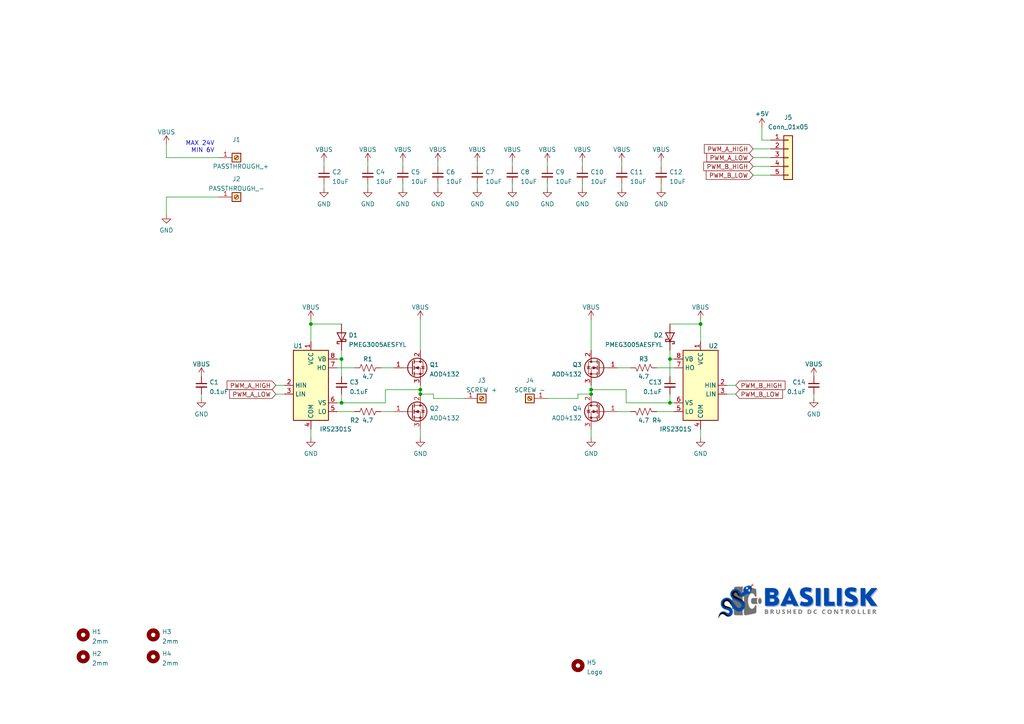
<source format=kicad_sch>
(kicad_sch (version 20211123) (generator eeschema)
  (paper "A4")
  (lib_symbols
    (symbol "Connector:Screw_Terminal_01x01" (pin_names (offset 1.016) hide)
      (property "Reference" "J" (at 0 2.54 0))
      (property "Value" "Screw_Terminal_01x01" (at 0 -2.54 0))
      (symbol "Screw_Terminal_01x01_1_1"
        (rectangle (start -1.27 1.27) (end 1.27 -1.27) (stroke (width 0.254)) (fill (type background)))
        (polyline (pts (xy -0.5334 0.3302) (xy 0.3302 -0.508)) (stroke (width 0.1524)))
        (polyline (pts (xy -0.3556 0.508) (xy 0.508 -0.3302)) (stroke (width 0.1524)))
        (circle (center 0 0) (radius 0.635) (stroke (width 0.1524)))
        (pin passive line (at -5.08 0 0) (length 3.81) (name "Pin_1") (number "1"))
      )
    )
    (symbol "Connector_Generic:Conn_01x05" (pin_names (offset 1.016) hide)
      (property "Reference" "J" (at 0 7.62 0))
      (property "Value" "Conn_01x05" (at 0 -7.62 0))
      (symbol "Conn_01x05_1_1"
        (rectangle (start -1.27 -4.953) (end 0 -5.207) (stroke (width 0.1524)))
        (rectangle (start -1.27 -2.413) (end 0 -2.667) (stroke (width 0.1524)))
        (rectangle (start -1.27 0.127) (end 0 -0.127) (stroke (width 0.1524)))
        (rectangle (start -1.27 2.667) (end 0 2.413) (stroke (width 0.1524)))
        (rectangle (start -1.27 5.207) (end 0 4.953) (stroke (width 0.1524)))
        (rectangle (start -1.27 6.35) (end 1.27 -6.35) (stroke (width 0.254)) (fill (type background)))
        (pin passive line (at -5.08 5.08 0) (length 3.81) (name "Pin_1") (number "1"))
        (pin passive line (at -5.08 2.54 0) (length 3.81) (name "Pin_2") (number "2"))
        (pin passive line (at -5.08 0 0) (length 3.81) (name "Pin_3") (number "3"))
        (pin passive line (at -5.08 -2.54 0) (length 3.81) (name "Pin_4") (number "4"))
        (pin passive line (at -5.08 -5.08 0) (length 3.81) (name "Pin_5") (number "5"))
      )
    )
    (symbol "Device:C_Small" (pin_numbers hide) (pin_names (offset 0.254) hide)
      (property "Reference" "C" (at 0.254 1.778 0))
      (property "Value" "C_Small" (at 0.254 -2.032 0))
      (symbol "C_Small_0_1"
        (polyline (pts (xy -1.524 -0.508) (xy 1.524 -0.508)) (stroke (width 0.3302)))
        (polyline (pts (xy -1.524 0.508) (xy 1.524 0.508)) (stroke (width 0.3048)))
      )
      (symbol "C_Small_1_1"
        (pin passive line (at 0 2.54 270) (length 2.032) (name "~") (number "1"))
        (pin passive line (at 0 -2.54 90) (length 2.032) (name "~") (number "2"))
      )
    )
    (symbol "Device:D_Schottky" (pin_numbers hide) (pin_names (offset 1.016) hide)
      (property "Reference" "D" (at 0 2.54 0))
      (property "Value" "D_Schottky" (at 0 -2.54 0))
      (symbol "D_Schottky_0_1"
        (polyline (pts (xy 1.27 0) (xy -1.27 0)))
        (polyline (pts (xy 1.27 1.27) (xy 1.27 -1.27) (xy -1.27 0) (xy 1.27 1.27)) (stroke (width 0.254)))
        (polyline (pts (xy -1.905 0.635) (xy -1.905 1.27) (xy -1.27 1.27) (xy -1.27 -1.27) (xy -0.635 -1.27) (xy -0.635 -0.635)) (stroke (width 0.254)))
      )
      (symbol "D_Schottky_1_1"
        (pin passive line (at -3.81 0 0) (length 2.54) (name "K") (number "1"))
        (pin passive line (at 3.81 0 180) (length 2.54) (name "A") (number "2"))
      )
    )
    (symbol "Device:Q_NMOS_GDS" (pin_names (offset 0) hide)
      (property "Reference" "Q" (at 5.08 1.27 0))
      (property "Value" "Q_NMOS_GDS" (at 5.08 -1.27 0))
      (symbol "Q_NMOS_GDS_0_1"
        (polyline (pts (xy 0.254 0) (xy -2.54 0)))
        (polyline (pts (xy 0.254 1.905) (xy 0.254 -1.905)) (stroke (width 0.254)))
        (polyline (pts (xy 0.762 -1.27) (xy 0.762 -2.286)) (stroke (width 0.254)))
        (polyline (pts (xy 0.762 0.508) (xy 0.762 -0.508)) (stroke (width 0.254)))
        (polyline (pts (xy 0.762 2.286) (xy 0.762 1.27)) (stroke (width 0.254)))
        (polyline (pts (xy 2.54 2.54) (xy 2.54 1.778)))
        (polyline (pts (xy 2.54 -2.54) (xy 2.54 0) (xy 0.762 0)))
        (polyline (pts (xy 0.762 -1.778) (xy 3.302 -1.778) (xy 3.302 1.778) (xy 0.762 1.778)))
        (polyline (pts (xy 1.016 0) (xy 2.032 0.381) (xy 2.032 -0.381) (xy 1.016 0)) (fill (type outline)))
        (polyline (pts (xy 2.794 0.508) (xy 2.921 0.381) (xy 3.683 0.381) (xy 3.81 0.254)))
        (polyline (pts (xy 3.302 0.381) (xy 2.921 -0.254) (xy 3.683 -0.254) (xy 3.302 0.381)))
        (circle (center 1.651 0) (radius 2.794) (stroke (width 0.254)))
        (circle (center 2.54 -1.778) (radius 0.254) (fill (type outline)))
        (circle (center 2.54 1.778) (radius 0.254) (fill (type outline)))
      )
      (symbol "Q_NMOS_GDS_1_1"
        (pin input line (at -5.08 0 0) (length 2.54) (name "G") (number "1"))
        (pin passive line (at 2.54 5.08 270) (length 2.54) (name "D") (number "2"))
        (pin passive line (at 2.54 -5.08 90) (length 2.54) (name "S") (number "3"))
      )
    )
    (symbol "Device:R_US" (pin_numbers hide) (pin_names (offset 0))
      (property "Reference" "R" (at 2.54 0 90))
      (property "Value" "R_US" (at -2.54 0 90))
      (symbol "R_US_0_1"
        (polyline (pts (xy 0 -2.286) (xy 0 -2.54)))
        (polyline (pts (xy 0 2.286) (xy 0 2.54)))
        (polyline (pts (xy 0 -0.762) (xy 1.016 -1.143) (xy 0 -1.524) (xy -1.016 -1.905) (xy 0 -2.286)))
        (polyline (pts (xy 0 0.762) (xy 1.016 0.381) (xy 0 0) (xy -1.016 -0.381) (xy 0 -0.762)))
        (polyline (pts (xy 0 2.286) (xy 1.016 1.905) (xy 0 1.524) (xy -1.016 1.143) (xy 0 0.762)))
      )
      (symbol "R_US_1_1"
        (pin passive line (at 0 3.81 270) (length 1.27) (name "~") (number "1"))
        (pin passive line (at 0 -3.81 90) (length 1.27) (name "~") (number "2"))
      )
    )
    (symbol "Driver_FET:IRS2301S"
      (property "Reference" "U" (at 1.27 13.335 0))
      (property "Value" "IRS2301S" (at 1.27 11.43 0))
      (symbol "IRS2301S_0_1"
        (rectangle (start -5.08 -10.16) (end 5.08 10.16) (stroke (width 0.254)) (fill (type background)))
      )
      (symbol "IRS2301S_1_1"
        (pin power_in line (at 0 12.7 270) (length 2.54) (name "VCC") (number "1"))
        (pin input line (at -7.62 0 0) (length 2.54) (name "HIN") (number "2"))
        (pin input line (at -7.62 -2.54 0) (length 2.54) (name "LIN") (number "3"))
        (pin power_in line (at 0 -12.7 90) (length 2.54) (name "COM") (number "4"))
        (pin output line (at 7.62 -7.62 180) (length 2.54) (name "LO") (number "5"))
        (pin passive line (at 7.62 -5.08 180) (length 2.54) (name "VS") (number "6"))
        (pin output line (at 7.62 5.08 180) (length 2.54) (name "HO") (number "7"))
        (pin passive line (at 7.62 7.62 180) (length 2.54) (name "VB") (number "8"))
      )
    )
    (symbol "Mechanical:MountingHole" (pin_names (offset 1.016))
      (property "Reference" "H" (at 0 5.08 0))
      (property "Value" "MountingHole" (at 0 3.175 0))
      (symbol "MountingHole_0_1"
        (circle (center 0 0) (radius 1.27) (stroke (width 1.27)))
      )
    )
    (symbol "power:+5V" (power) (pin_names (offset 0))
      (property "Value" "+5V" (at 0 3.556 0))
      (symbol "+5V_0_1"
        (polyline (pts (xy -0.762 1.27) (xy 0 2.54)))
        (polyline (pts (xy 0 0) (xy 0 2.54)))
        (polyline (pts (xy 0 2.54) (xy 0.762 1.27)))
      )
      (symbol "+5V_1_1"
        (pin power_in line (at 0 0 90) (length 0) hide (name "+5V") (number "1"))
      )
    )
    (symbol "power:GND" (power) (pin_names (offset 0))
      (property "Value" "GND" (at 0 -3.81 0))
      (symbol "GND_0_1"
        (polyline (pts (xy 0 0) (xy 0 -1.27) (xy 1.27 -1.27) (xy 0 -2.54) (xy -1.27 -1.27) (xy 0 -1.27)))
      )
      (symbol "GND_1_1"
        (pin power_in line (at 0 0 270) (length 0) hide (name "GND") (number "1"))
      )
    )
    (symbol "power:VBUS" (power) (pin_names (offset 0))
      (property "Value" "VBUS" (at 0 3.81 0))
      (symbol "VBUS_0_1"
        (polyline (pts (xy -0.762 1.27) (xy 0 2.54)))
        (polyline (pts (xy 0 0) (xy 0 2.54)))
        (polyline (pts (xy 0 2.54) (xy 0.762 1.27)))
      )
      (symbol "VBUS_1_1"
        (pin power_in line (at 0 0 90) (length 0) hide (name "VBUS") (number "1"))
      )
    )
  )
  (junction (at 90.17 93.98))
  (junction (at 171.45 114.3))
  (junction (at 99.06 116.84))
  (junction (at 203.2 93.98))
  (junction (at 99.06 104.14))
  (junction (at 121.92 113.03))
  (junction (at 194.31 104.14))
  (junction (at 194.31 116.84))
  (junction (at 171.45 113.03))
  (junction (at 121.92 114.3))
  (wire (pts (xy 167.64 114.3) (xy 171.45 114.3)))
  (wire (pts (xy 48.26 62.23) (xy 48.26 57.15)))
  (wire (pts (xy 171.45 124.46) (xy 171.45 127)))
  (wire (pts (xy 203.2 124.46) (xy 203.2 127)))
  (wire (pts (xy 171.45 92.71) (xy 171.45 101.6)))
  (wire (pts (xy 111.76 113.03) (xy 121.92 113.03)))
  (wire (pts (xy 80.01 111.76) (xy 82.55 111.76)))
  (wire (pts (xy 90.17 93.98) (xy 99.06 93.98)))
  (wire (pts (xy 195.58 119.38) (xy 190.5 119.38)))
  (wire (pts (xy 121.92 111.76) (xy 121.92 113.03)))
  (wire (pts (xy 182.88 119.38) (xy 179.07 119.38)))
  (wire (pts (xy 127 46.99) (xy 127 48.26)))
  (wire (pts (xy 99.06 114.3) (xy 99.06 116.84)))
  (wire (pts (xy 110.49 106.68) (xy 114.3 106.68)))
  (wire (pts (xy 194.31 104.14) (xy 195.58 104.14)))
  (wire (pts (xy 171.45 113.03) (xy 171.45 114.3)))
  (wire (pts (xy 106.68 53.34) (xy 106.68 54.61)))
  (wire (pts (xy 138.43 53.34) (xy 138.43 54.61)))
  (wire (pts (xy 125.73 114.3) (xy 121.92 114.3)))
  (wire (pts (xy 148.59 53.34) (xy 148.59 54.61)))
  (wire (pts (xy 90.17 124.46) (xy 90.17 127)))
  (wire (pts (xy 90.17 92.71) (xy 90.17 93.98)))
  (wire (pts (xy 158.75 53.34) (xy 158.75 54.61)))
  (wire (pts (xy 213.36 111.76) (xy 210.82 111.76)))
  (wire (pts (xy 93.98 46.99) (xy 93.98 48.26)))
  (wire (pts (xy 171.45 111.76) (xy 171.45 113.03)))
  (wire (pts (xy 220.98 40.64) (xy 223.52 40.64)))
  (wire (pts (xy 167.64 115.57) (xy 167.64 114.3)))
  (wire (pts (xy 220.98 36.83) (xy 220.98 40.64)))
  (wire (pts (xy 121.92 92.71) (xy 121.92 101.6)))
  (wire (pts (xy 218.44 45.72) (xy 223.52 45.72)))
  (wire (pts (xy 180.34 46.99) (xy 180.34 48.26)))
  (wire (pts (xy 116.84 46.99) (xy 116.84 48.26)))
  (wire (pts (xy 180.34 53.34) (xy 180.34 54.61)))
  (wire (pts (xy 97.79 116.84) (xy 99.06 116.84)))
  (wire (pts (xy 97.79 119.38) (xy 102.87 119.38)))
  (wire (pts (xy 194.31 114.3) (xy 194.31 116.84)))
  (wire (pts (xy 194.31 101.6) (xy 194.31 104.14)))
  (wire (pts (xy 93.98 53.34) (xy 93.98 54.61)))
  (wire (pts (xy 168.91 46.99) (xy 168.91 48.26)))
  (wire (pts (xy 97.79 106.68) (xy 102.87 106.68)))
  (wire (pts (xy 218.44 50.8) (xy 223.52 50.8)))
  (wire (pts (xy 218.44 43.18) (xy 223.52 43.18)))
  (wire (pts (xy 63.5 45.72) (xy 48.26 45.72)))
  (wire (pts (xy 158.75 46.99) (xy 158.75 48.26)))
  (wire (pts (xy 90.17 93.98) (xy 90.17 99.06)))
  (wire (pts (xy 194.31 109.22) (xy 194.31 104.14)))
  (wire (pts (xy 106.68 46.99) (xy 106.68 48.26)))
  (wire (pts (xy 218.44 48.26) (xy 223.52 48.26)))
  (wire (pts (xy 99.06 116.84) (xy 111.76 116.84)))
  (wire (pts (xy 168.91 53.34) (xy 168.91 54.61)))
  (wire (pts (xy 99.06 101.6) (xy 99.06 104.14)))
  (wire (pts (xy 194.31 116.84) (xy 181.61 116.84)))
  (wire (pts (xy 134.62 115.57) (xy 125.73 115.57)))
  (wire (pts (xy 148.59 46.99) (xy 148.59 48.26)))
  (wire (pts (xy 195.58 116.84) (xy 194.31 116.84)))
  (wire (pts (xy 182.88 106.68) (xy 179.07 106.68)))
  (wire (pts (xy 203.2 93.98) (xy 203.2 99.06)))
  (wire (pts (xy 181.61 116.84) (xy 181.61 113.03)))
  (wire (pts (xy 99.06 109.22) (xy 99.06 104.14)))
  (wire (pts (xy 48.26 45.72) (xy 48.26 41.91)))
  (wire (pts (xy 99.06 104.14) (xy 97.79 104.14)))
  (wire (pts (xy 213.36 114.3) (xy 210.82 114.3)))
  (wire (pts (xy 63.5 57.15) (xy 48.26 57.15)))
  (wire (pts (xy 191.77 53.34) (xy 191.77 54.61)))
  (wire (pts (xy 80.01 114.3) (xy 82.55 114.3)))
  (wire (pts (xy 203.2 93.98) (xy 194.31 93.98)))
  (wire (pts (xy 181.61 113.03) (xy 171.45 113.03)))
  (wire (pts (xy 127 53.34) (xy 127 54.61)))
  (wire (pts (xy 121.92 124.46) (xy 121.92 127)))
  (wire (pts (xy 158.75 115.57) (xy 167.64 115.57)))
  (wire (pts (xy 121.92 113.03) (xy 121.92 114.3)))
  (wire (pts (xy 138.43 46.99) (xy 138.43 48.26)))
  (wire (pts (xy 110.49 119.38) (xy 114.3 119.38)))
  (wire (pts (xy 191.77 46.99) (xy 191.77 48.26)))
  (wire (pts (xy 125.73 115.57) (xy 125.73 114.3)))
  (wire (pts (xy 203.2 92.71) (xy 203.2 93.98)))
  (wire (pts (xy 116.84 53.34) (xy 116.84 54.61)))
  (wire (pts (xy 111.76 116.84) (xy 111.76 113.03)))
  (wire (pts (xy 195.58 106.68) (xy 190.5 106.68)))
  (wire (pts (xy 236.0538 114.3) (xy 236.0538 115.57)))
  (wire (pts (xy 58.42 114.3) (xy 58.42 115.57)))
  (image (at 232.41 173.99) (scale 1.27119))
  (text "MAX 24V\nMIN 6V" (at 62.23 44.45 180) (effects (font (size 1.27 1.27)) (justify right bottom)))
  (global_label "PWM_A_HIGH" (shape input) (at 80.01 111.76 180) (property "Intersheet References" "${INTERSHEET_REFS}" (effects hide)))
  (global_label "PWM_B_HIGH" (shape input) (at 218.44 48.26 180) (property "Intersheet References" "${INTERSHEET_REFS}" (effects hide)))
  (global_label "PWM_A_LOW" (shape input) (at 218.44 45.72 180) (property "Intersheet References" "${INTERSHEET_REFS}" (effects hide)))
  (global_label "PWM_A_HIGH" (shape input) (at 218.44 43.18 180) (property "Intersheet References" "${INTERSHEET_REFS}" (effects hide)))
  (global_label "PWM_B_HIGH" (shape input) (at 213.36 111.76 0) (property "Intersheet References" "${INTERSHEET_REFS}" (effects hide)))
  (global_label "PWM_B_LOW" (shape input) (at 218.44 50.8 180) (property "Intersheet References" "${INTERSHEET_REFS}" (effects hide)))
  (global_label "PWM_B_LOW" (shape input) (at 213.36 114.3 0) (property "Intersheet References" "${INTERSHEET_REFS}" (effects hide)))
  (global_label "PWM_A_LOW" (shape input) (at 80.01 114.3 180) (property "Intersheet References" "${INTERSHEET_REFS}" (effects hide)))
  (symbol (lib_id "Device:D_Schottky") (at 194.31 97.79 270) (mirror x) (unit 1)
    (property "Reference" "D2" (at 192.278 97.199 90) (effects (justify right)))
    (property "Value" "PMEG3005AESFYL" (at 192.278 99.9741 90) (effects (justify right)))
    (property "Footprint" "Diode_SMD:D_0603_1608Metric_Pad1.05x0.95mm_HandSolder" (effects hide))
    (property "Digikey Part Num" "1727-2291-1-ND" (effects hide))
  )
  (symbol (lib_id "power:GND") (at 93.98 54.61 0) (unit 1)
    (property "Reference" "#PWR0122" (effects hide))
    (property "Value" "GND" (at 93.98 59.1725 0))
  )
  (symbol (lib_id "Device:C_Small") (at 127 50.8 0) (unit 1)
    (property "Reference" "C6" (at 129.3241 49.8978 0) (effects (justify left)))
    (property "Value" "10uF" (at 129.3241 52.6729 0) (effects (justify left)))
    (property "Footprint" "Capacitor_SMD:C_1206_3216Metric_Pad1.33x1.80mm_HandSolder" (effects hide))
    (property "Digikey Part Num" "1276-6736-1-ND" (effects hide))
  )
  (symbol (lib_id "power:GND") (at 180.34 54.61 0) (unit 1)
    (property "Reference" "#PWR0112" (effects hide))
    (property "Value" "GND" (at 180.34 59.1725 0))
  )
  (symbol (lib_id "Connector_Generic:Conn_01x05") (at 228.6 45.72 0) (unit 1)
    (property "Reference" "J5" (at 228.6 34.0549 0))
    (property "Value" "Conn_01x05" (at 228.6 36.83 0))
    (property "Footprint" "Connector_PinHeader_2.54mm:PinHeader_1x05_P2.54mm_Vertical" (effects hide))
  )
  (symbol (lib_id "Device:C_Small") (at 158.75 50.8 0) (unit 1)
    (property "Reference" "C9" (at 161.0741 49.8978 0) (effects (justify left)))
    (property "Value" "10uF" (at 161.0741 52.6729 0) (effects (justify left)))
    (property "Footprint" "Capacitor_SMD:C_1206_3216Metric_Pad1.33x1.80mm_HandSolder" (effects hide))
    (property "Digikey Part Num" "1276-6736-1-ND" (effects hide))
  )
  (symbol (lib_id "Device:C_Small") (at 99.06 111.76 0) (unit 1)
    (property "Reference" "C3" (at 101.3841 110.8578 0) (effects (justify left)))
    (property "Value" "0.1uF" (at 101.3841 113.6329 0) (effects (justify left)))
    (property "Footprint" "Capacitor_SMD:C_0603_1608Metric_Pad1.08x0.95mm_HandSolder" (effects hide))
    (property "Digikey Part Num" "1276-CL10B104KB8NNNLCT-ND" (effects hide))
  )
  (symbol (lib_id "power:GND") (at 127 54.61 0) (unit 1)
    (property "Reference" "#PWR0127" (effects hide))
    (property "Value" "GND" (at 127 59.1725 0))
  )
  (symbol (lib_id "power:GND") (at 158.75 54.61 0) (unit 1)
    (property "Reference" "#PWR0133" (effects hide))
    (property "Value" "GND" (at 158.75 59.1725 0))
  )
  (symbol (lib_id "power:VBUS") (at 191.77 46.99 0) (unit 1)
    (property "Reference" "#PWR0111" (effects hide))
    (property "Value" "VBUS" (at 191.77 43.3855 0))
  )
  (symbol (lib_id "Mechanical:MountingHole") (at 24.13 190.5 0) (unit 1)
    (property "Reference" "H2" (at 26.67 189.5915 0) (effects (justify left)))
    (property "Value" "2mm" (at 26.67 192.3666 0) (effects (justify left)))
    (property "Footprint" "MountingHole:MountingHole_2.1mm" (effects hide))
  )
  (symbol (lib_id "power:VBUS") (at 236.0538 109.22 0) (mirror y) (unit 1)
    (property "Reference" "#PWR0116" (effects hide))
    (property "Value" "VBUS" (at 236.0538 105.6155 0))
  )
  (symbol (lib_id "power:GND") (at 171.45 127 0) (mirror y) (unit 1)
    (property "Reference" "#PWR0115" (effects hide))
    (property "Value" "GND" (at 171.45 131.5625 0))
  )
  (symbol (lib_id "Device:R_US") (at 106.68 106.68 90) (unit 1)
    (property "Reference" "R1" (at 106.68 104.14 90))
    (property "Value" "4.7" (at 106.68 109.22 90))
    (property "Footprint" "Resistor_SMD:R_0603_1608Metric_Pad0.98x0.95mm_HandSolder" (effects hide))
    (property "Digikey Part Num" "RNCP0603FTD4R70CT-ND" (effects hide))
  )
  (symbol (lib_id "Device:C_Small") (at 93.98 50.8 0) (unit 1)
    (property "Reference" "C2" (at 96.3041 49.8978 0) (effects (justify left)))
    (property "Value" "10uF" (at 96.3041 52.6729 0) (effects (justify left)))
    (property "Footprint" "Capacitor_SMD:C_1206_3216Metric_Pad1.33x1.80mm_HandSolder" (effects hide))
    (property "Digikey Part Num" "1276-6736-1-ND" (effects hide))
  )
  (symbol (lib_id "Device:Q_NMOS_GDS") (at 173.99 106.68 0) (mirror y) (unit 1)
    (property "Reference" "Q3" (at 168.783 105.7715 0) (effects (justify left)))
    (property "Value" "AOD4132" (at 168.783 108.5466 0) (effects (justify left)))
    (property "Footprint" "Package_TO_SOT_SMD:TO-252-2" (effects hide))
    (property "Digikey Part Num" "785-1217-1-ND" (effects hide))
  )
  (symbol (lib_id "Device:C_Small") (at 180.34 50.8 0) (unit 1)
    (property "Reference" "C11" (at 182.6641 49.8978 0) (effects (justify left)))
    (property "Value" "10uF" (at 182.6641 52.6729 0) (effects (justify left)))
    (property "Footprint" "Capacitor_SMD:C_1206_3216Metric_Pad1.33x1.80mm_HandSolder" (effects hide))
    (property "Digikey Part Num" "1276-6736-1-ND" (effects hide))
  )
  (symbol (lib_id "Device:R_US") (at 186.69 119.38 270) (mirror x) (unit 1)
    (property "Reference" "R4" (at 190.5 121.92 90))
    (property "Value" "4.7" (at 186.69 121.92 90))
    (property "Footprint" "Resistor_SMD:R_0603_1608Metric_Pad0.98x0.95mm_HandSolder" (effects hide))
    (property "Digikey Part Num" "RNCP0603FTD4R70CT-ND" (effects hide))
  )
  (symbol (lib_id "power:VBUS") (at 116.84 46.99 0) (unit 1)
    (property "Reference" "#PWR0125" (effects hide))
    (property "Value" "VBUS" (at 116.84 43.3855 0))
  )
  (symbol (lib_id "power:GND") (at 138.43 54.61 0) (unit 1)
    (property "Reference" "#PWR0128" (effects hide))
    (property "Value" "GND" (at 138.43 59.1725 0))
  )
  (symbol (lib_id "Device:D_Schottky") (at 99.06 97.79 90) (unit 1)
    (property "Reference" "D1" (at 101.092 97.199 90) (effects (justify right)))
    (property "Value" "PMEG3005AESFYL" (at 101.092 99.9741 90) (effects (justify right)))
    (property "Footprint" "Diode_SMD:D_0603_1608Metric_Pad1.05x0.95mm_HandSolder" (effects hide))
    (property "Digikey Part Num" "1727-2291-1-ND" (effects hide))
  )
  (symbol (lib_id "power:VBUS") (at 180.34 46.99 0) (unit 1)
    (property "Reference" "#PWR0110" (effects hide))
    (property "Value" "VBUS" (at 180.34 43.3855 0))
  )
  (symbol (lib_id "power:VBUS") (at 58.42 109.22 0) (unit 1)
    (property "Reference" "#PWR0101" (effects hide))
    (property "Value" "VBUS" (at 58.42 105.6155 0))
  )
  (symbol (lib_id "Mechanical:MountingHole") (at 44.45 184.15 0) (unit 1)
    (property "Reference" "H3" (at 46.99 183.2415 0) (effects (justify left)))
    (property "Value" "2mm" (at 46.99 186.0166 0) (effects (justify left)))
    (property "Footprint" "MountingHole:MountingHole_2.1mm" (effects hide))
  )
  (symbol (lib_id "power:VBUS") (at 148.59 46.99 0) (unit 1)
    (property "Reference" "#PWR0131" (effects hide))
    (property "Value" "VBUS" (at 148.59 43.3855 0))
  )
  (symbol (lib_id "power:GND") (at 121.92 127 0) (unit 1)
    (property "Reference" "#PWR0106" (effects hide))
    (property "Value" "GND" (at 121.92 131.5625 0))
  )
  (symbol (lib_id "Device:C_Small") (at 236.0538 111.76 0) (mirror y) (unit 1)
    (property "Reference" "C14" (at 233.7297 110.8578 0) (effects (justify left)))
    (property "Value" "0.1uF" (at 233.7297 113.6329 0) (effects (justify left)))
    (property "Footprint" "Capacitor_SMD:C_0603_1608Metric_Pad1.08x0.95mm_HandSolder" (effects hide))
    (property "Digikey Part Num" "1276-CL10B104KB8NNNLCT-ND" (effects hide))
  )
  (symbol (lib_id "Driver_FET:IRS2301S") (at 203.2 111.76 0) (mirror y) (unit 1)
    (property "Reference" "U2" (at 208.28 100.33 0) (effects (justify left)))
    (property "Value" "IRS2301S" (at 200.66 124.46 0) (effects (justify left)))
    (property "Footprint" "Package_SO:SOIC-8_3.9x4.9mm_P1.27mm" (effects hide))
    (property "Datasheet" "https://www.infineon.com/dgdl/irs2301pbf.pdf?fileId=5546d462533600a40153567a7ec527fe" (effects hide))
    (property "Digikey Part Num" "448-IRS2301STRPBFCT-ND" (effects hide))
  )
  (symbol (lib_id "Device:Q_NMOS_GDS") (at 173.99 119.38 0) (mirror y) (unit 1)
    (property "Reference" "Q4" (at 168.783 118.4715 0) (effects (justify left)))
    (property "Value" "AOD4132" (at 168.783 121.2466 0) (effects (justify left)))
    (property "Footprint" "Package_TO_SOT_SMD:TO-252-2" (effects hide))
    (property "Digikey Part Num" "785-1217-1-ND" (effects hide))
  )
  (symbol (lib_id "Connector:Screw_Terminal_01x01") (at 139.7 115.57 0) (mirror x) (unit 1)
    (property "Reference" "J3" (at 139.7 110.3335 0))
    (property "Value" "SCREW +" (at 139.7 113.1086 0))
    (property "Footprint" "motor-controller-footprints:7698-SEMS" (effects hide))
    (property "Digikey Part Num" "36-7698-SEMS-ND" (effects hide))
  )
  (symbol (lib_id "power:VBUS") (at 138.43 46.99 0) (unit 1)
    (property "Reference" "#PWR0129" (effects hide))
    (property "Value" "VBUS" (at 138.43 43.3855 0))
  )
  (symbol (lib_id "Connector:Screw_Terminal_01x01") (at 68.58 45.72 0) (mirror x) (unit 1)
    (property "Reference" "J1" (at 68.58 40.4835 0))
    (property "Value" "PASSTHROUGH_+" (at 69.85 48.26 0))
    (property "Footprint" "TestPoint:TestPoint_Pad_3.0x3.0mm" (effects hide))
  )
  (symbol (lib_id "power:GND") (at 58.42 115.57 0) (unit 1)
    (property "Reference" "#PWR0102" (effects hide))
    (property "Value" "GND" (at 58.42 120.1325 0))
  )
  (symbol (lib_id "power:VBUS") (at 203.2 92.71 0) (mirror y) (unit 1)
    (property "Reference" "#PWR0135" (effects hide))
    (property "Value" "VBUS" (at 203.2 89.1055 0))
  )
  (symbol (lib_id "Connector:Screw_Terminal_01x01") (at 68.58 57.15 0) (mirror x) (unit 1)
    (property "Reference" "J2" (at 68.58 51.9135 0))
    (property "Value" "PASSTHROUGH_-" (at 68.58 54.6886 0))
    (property "Footprint" "TestPoint:TestPoint_Pad_3.0x3.0mm" (effects hide))
  )
  (symbol (lib_id "power:GND") (at 148.59 54.61 0) (unit 1)
    (property "Reference" "#PWR0130" (effects hide))
    (property "Value" "GND" (at 148.59 59.1725 0))
  )
  (symbol (lib_id "power:VBUS") (at 168.91 46.99 0) (unit 1)
    (property "Reference" "#PWR0109" (effects hide))
    (property "Value" "VBUS" (at 168.91 43.3855 0))
  )
  (symbol (lib_id "Driver_FET:IRS2301S") (at 90.17 111.76 0) (unit 1)
    (property "Reference" "U1" (at 85.09 100.33 0) (effects (justify left)))
    (property "Value" "IRS2301S" (at 92.71 124.46 0) (effects (justify left)))
    (property "Footprint" "Package_SO:SOIC-8_3.9x4.9mm_P1.27mm" (effects hide))
    (property "Datasheet" "https://www.infineon.com/dgdl/irs2301pbf.pdf?fileId=5546d462533600a40153567a7ec527fe" (effects hide))
    (property "Digikey Part Num" "448-IRS2301STRPBFCT-ND" (effects hide))
  )
  (symbol (lib_id "Mechanical:MountingHole") (at 167.64 193.04 0) (unit 1)
    (property "Reference" "H5" (at 170.18 192.1315 0) (effects (justify left)))
    (property "Value" "Logo" (at 170.18 194.9066 0) (effects (justify left)))
    (property "Footprint" "motor-controller-footprints:basiliskLogo" (effects hide))
  )
  (symbol (lib_id "power:+5V") (at 220.98 36.83 0) (unit 1)
    (property "Reference" "#PWR0107" (effects hide))
    (property "Value" "+5V" (at 220.98 33.02 0))
  )
  (symbol (lib_id "power:VBUS") (at 127 46.99 0) (unit 1)
    (property "Reference" "#PWR0126" (effects hide))
    (property "Value" "VBUS" (at 127 43.3855 0))
  )
  (symbol (lib_id "Device:C_Small") (at 58.42 111.76 0) (unit 1)
    (property "Reference" "C1" (at 60.7441 110.8578 0) (effects (justify left)))
    (property "Value" "0.1uF" (at 60.7441 113.6329 0) (effects (justify left)))
    (property "Footprint" "Capacitor_SMD:C_0603_1608Metric_Pad1.08x0.95mm_HandSolder" (effects hide))
    (property "Digikey Part Num" "1276-CL10B104KB8NNNLCT-ND" (effects hide))
  )
  (symbol (lib_id "power:GND") (at 191.77 54.61 0) (unit 1)
    (property "Reference" "#PWR0113" (effects hide))
    (property "Value" "GND" (at 191.77 59.1725 0))
  )
  (symbol (lib_id "power:VBUS") (at 93.98 46.99 0) (unit 1)
    (property "Reference" "#PWR0123" (effects hide))
    (property "Value" "VBUS" (at 93.98 43.3855 0))
  )
  (symbol (lib_id "Device:Q_NMOS_GDS") (at 119.38 119.38 0) (unit 1)
    (property "Reference" "Q2" (at 124.587 118.4715 0) (effects (justify left)))
    (property "Value" "AOD4132" (at 124.587 121.2466 0) (effects (justify left)))
    (property "Footprint" "Package_TO_SOT_SMD:TO-252-2" (effects hide))
    (property "Digikey Part Num" "785-1217-1-ND" (effects hide))
  )
  (symbol (lib_id "Mechanical:MountingHole") (at 44.45 190.5 0) (unit 1)
    (property "Reference" "H4" (at 46.99 189.5915 0) (effects (justify left)))
    (property "Value" "2mm" (at 46.99 192.3666 0) (effects (justify left)))
    (property "Footprint" "MountingHole:MountingHole_2.1mm" (effects hide))
  )
  (symbol (lib_id "Device:C_Small") (at 148.59 50.8 0) (unit 1)
    (property "Reference" "C8" (at 150.9141 49.8978 0) (effects (justify left)))
    (property "Value" "10uF" (at 150.9141 52.6729 0) (effects (justify left)))
    (property "Footprint" "Capacitor_SMD:C_1206_3216Metric_Pad1.33x1.80mm_HandSolder" (effects hide))
    (property "Digikey Part Num" "1276-6736-1-ND" (effects hide))
  )
  (symbol (lib_id "power:GND") (at 48.26 62.23 0) (mirror y) (unit 1)
    (property "Reference" "#PWR0121" (effects hide))
    (property "Value" "GND" (at 48.26 66.7925 0))
  )
  (symbol (lib_id "power:GND") (at 90.17 127 0) (unit 1)
    (property "Reference" "#PWR0103" (effects hide))
    (property "Value" "GND" (at 90.17 131.5625 0))
  )
  (symbol (lib_id "Device:R_US") (at 186.69 106.68 270) (mirror x) (unit 1)
    (property "Reference" "R3" (at 186.69 104.14 90))
    (property "Value" "4.7" (at 186.69 109.22 90))
    (property "Footprint" "Resistor_SMD:R_0603_1608Metric_Pad0.98x0.95mm_HandSolder" (effects hide))
    (property "Digikey Part Num" "RNCP0603FTD4R70CT-ND" (effects hide))
  )
  (symbol (lib_id "power:VBUS") (at 171.45 92.71 0) (unit 1)
    (property "Reference" "#PWR0134" (effects hide))
    (property "Value" "VBUS" (at 171.45 89.1055 0))
  )
  (symbol (lib_id "Mechanical:MountingHole") (at 24.13 184.15 0) (unit 1)
    (property "Reference" "H1" (at 26.67 183.2415 0) (effects (justify left)))
    (property "Value" "2mm" (at 26.67 186.0166 0) (effects (justify left)))
    (property "Footprint" "MountingHole:MountingHole_2.1mm" (effects hide))
  )
  (symbol (lib_id "power:GND") (at 116.84 54.61 0) (unit 1)
    (property "Reference" "#PWR0118" (effects hide))
    (property "Value" "GND" (at 116.84 59.1725 0))
  )
  (symbol (lib_id "power:VBUS") (at 106.68 46.99 0) (unit 1)
    (property "Reference" "#PWR0124" (effects hide))
    (property "Value" "VBUS" (at 106.68 43.3855 0))
  )
  (symbol (lib_id "Device:C_Small") (at 138.43 50.8 0) (unit 1)
    (property "Reference" "C7" (at 140.7541 49.8978 0) (effects (justify left)))
    (property "Value" "10uF" (at 140.7541 52.6729 0) (effects (justify left)))
    (property "Footprint" "Capacitor_SMD:C_1206_3216Metric_Pad1.33x1.80mm_HandSolder" (effects hide))
    (property "Digikey Part Num" "1276-6736-1-ND" (effects hide))
  )
  (symbol (lib_id "power:GND") (at 203.2 127 0) (mirror y) (unit 1)
    (property "Reference" "#PWR0114" (effects hide))
    (property "Value" "GND" (at 203.2 131.5625 0))
  )
  (symbol (lib_id "power:VBUS") (at 90.17 92.71 0) (unit 1)
    (property "Reference" "#PWR0105" (effects hide))
    (property "Value" "VBUS" (at 90.17 89.1055 0))
  )
  (symbol (lib_id "power:VBUS") (at 121.92 92.71 0) (unit 1)
    (property "Reference" "#PWR0104" (effects hide))
    (property "Value" "VBUS" (at 121.92 89.1055 0))
  )
  (symbol (lib_id "Device:C_Small") (at 194.31 111.76 0) (mirror y) (unit 1)
    (property "Reference" "C13" (at 191.9859 110.8578 0) (effects (justify left)))
    (property "Value" "0.1uF" (at 191.9859 113.6329 0) (effects (justify left)))
    (property "Footprint" "Capacitor_SMD:C_0603_1608Metric_Pad1.08x0.95mm_HandSolder" (effects hide))
    (property "Digikey Part Num" "1276-CL10B104KB8NNNLCT-ND" (effects hide))
  )
  (symbol (lib_id "power:GND") (at 106.68 54.61 0) (unit 1)
    (property "Reference" "#PWR0119" (effects hide))
    (property "Value" "GND" (at 106.68 59.1725 0))
  )
  (symbol (lib_id "Device:R_US") (at 106.68 119.38 90) (unit 1)
    (property "Reference" "R2" (at 102.87 121.92 90))
    (property "Value" "4.7" (at 106.68 121.92 90))
    (property "Footprint" "Resistor_SMD:R_0603_1608Metric_Pad0.98x0.95mm_HandSolder" (effects hide))
    (property "Digikey Part Num" "RNCP0603FTD4R70CT-ND" (effects hide))
  )
  (symbol (lib_id "Device:C_Small") (at 106.68 50.8 0) (unit 1)
    (property "Reference" "C4" (at 109.0041 49.8978 0) (effects (justify left)))
    (property "Value" "10uF" (at 109.0041 52.6729 0) (effects (justify left)))
    (property "Footprint" "Capacitor_SMD:C_1206_3216Metric_Pad1.33x1.80mm_HandSolder" (effects hide))
    (property "Digikey Part Num" "1276-6736-1-ND" (effects hide))
  )
  (symbol (lib_id "Device:C_Small") (at 191.77 50.8 0) (unit 1)
    (property "Reference" "C12" (at 194.0941 49.8978 0) (effects (justify left)))
    (property "Value" "10uF" (at 194.0941 52.6729 0) (effects (justify left)))
    (property "Footprint" "Capacitor_SMD:C_1206_3216Metric_Pad1.33x1.80mm_HandSolder" (effects hide))
    (property "Digikey Part Num" "1276-6736-1-ND" (effects hide))
  )
  (symbol (lib_id "Device:Q_NMOS_GDS") (at 119.38 106.68 0) (unit 1)
    (property "Reference" "Q1" (at 124.587 105.7715 0) (effects (justify left)))
    (property "Value" "AOD4132" (at 124.587 108.5466 0) (effects (justify left)))
    (property "Footprint" "Package_TO_SOT_SMD:TO-252-2" (effects hide))
    (property "Digikey Part Num" "785-1217-1-ND" (effects hide))
  )
  (symbol (lib_id "power:GND") (at 168.91 54.61 0) (unit 1)
    (property "Reference" "#PWR0108" (effects hide))
    (property "Value" "GND" (at 168.91 59.1725 0))
  )
  (symbol (lib_id "power:GND") (at 236.0538 115.57 0) (mirror y) (unit 1)
    (property "Reference" "#PWR0117" (effects hide))
    (property "Value" "GND" (at 236.0538 120.1325 0))
  )
  (symbol (lib_id "Device:C_Small") (at 168.91 50.8 0) (unit 1)
    (property "Reference" "C10" (at 171.2341 49.8978 0) (effects (justify left)))
    (property "Value" "10uF" (at 171.2341 52.6729 0) (effects (justify left)))
    (property "Footprint" "Capacitor_SMD:C_1206_3216Metric_Pad1.33x1.80mm_HandSolder" (effects hide))
    (property "Digikey Part Num" "1276-6736-1-ND" (effects hide))
  )
  (symbol (lib_id "power:VBUS") (at 48.26 41.91 0) (mirror y) (unit 1)
    (property "Reference" "#PWR0120" (effects hide))
    (property "Value" "VBUS" (at 48.26 38.3055 0))
  )
  (symbol (lib_id "Device:C_Small") (at 116.84 50.8 0) (unit 1)
    (property "Reference" "C5" (at 119.1641 49.8978 0) (effects (justify left)))
    (property "Value" "10uF" (at 119.1641 52.6729 0) (effects (justify left)))
    (property "Footprint" "Capacitor_SMD:C_1206_3216Metric_Pad1.33x1.80mm_HandSolder" (effects hide))
    (property "Digikey Part Num" "1276-6736-1-ND" (effects hide))
  )
  (symbol (lib_id "power:VBUS") (at 158.75 46.99 0) (unit 1)
    (property "Reference" "#PWR0132" (effects hide))
    (property "Value" "VBUS" (at 158.75 43.3855 0))
  )
  (symbol (lib_id "Connector:Screw_Terminal_01x01") (at 153.67 115.57 180) (unit 1)
    (property "Reference" "J4" (at 153.67 110.3335 0))
    (property "Value" "SCREW -" (at 153.67 113.1086 0))
    (property "Footprint" "motor-controller-footprints:7698-SEMS" (effects hide))
    (property "Digikey Part Num" "36-7698-SEMS-ND" (effects hide))
  )
)
</source>
